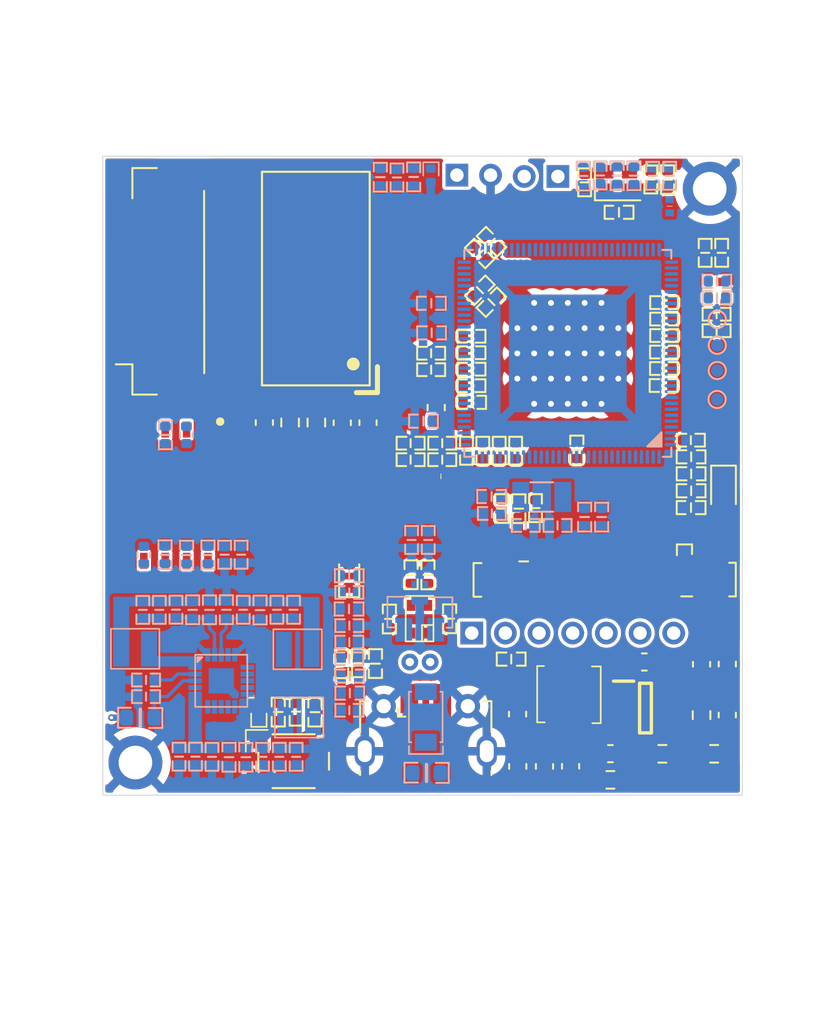
<source format=kicad_pcb>
(kicad_pcb (version 20241229) (generator "pcbnew") (generator_version "9.0")
  (layers (0 "F.Cu" signal) (4 "In1.Cu" signal) (6 "In2.Cu" signal) (2 "B.Cu" signal) (13 "F.Paste" user) (15 "B.Paste" user) (5 "F.SilkS" user "F.Silkscreen") (7 "B.SilkS" user "B.Silkscreen") (1 "F.Mask" user) (3 "B.Mask" user) (25 "Edge.Cuts" user))
  (net 0 "")
  (net 1 "GND")
  (net 2 "Net-(U7-X2)")
  (net 3 "Net-(U1A-OSC_SOC_XIN)")
  (net 4 "VCC_1V8")
  (net 5 "VDD_0V9")
  (net 6 "Net-(U1A-OSC_RTC_XIN)")
  (net 7 "Net-(U1A-OSC_RTC_XOUT)")
  (net 8 "Net-(U1A-RTC_AVDD3V3)")
  (net 9 "Net-(C74-Pad2)")
  (net 10 "/MIPI_CSI_AVDD_1V8")
  (net 11 "VDD_ARM")
  (net 12 "VCC_DDR")
  (net 13 "Net-(T1-CT1)")
  (net 14 "VCC5V0_SYS")
  (net 15 "/EN3")
  (net 16 "/EN2")
  (net 17 "/EN1")
  (net 18 "Net-(U3-FB1)")
  (net 19 "Net-(U3-FB2)")
  (net 20 "Net-(U3-FB3)")
  (net 21 "Net-(C76-Pad1)")
  (net 22 "Net-(D34-Pad1)")
  (net 23 "TRD0_P")
  (net 24 "Net-(U1D-CODEC_VCM)")
  (net 25 "Net-(U1D-SARADC_USB_AVDD1V8)")
  (net 26 "VCC_3V3")
  (net 27 "RX0_N")
  (net 28 "TRD0_N")
  (net 29 "Net-(U1A-OTP_AVDD1V8_ETH_AVDD1V8_TSADC_AVDD1V8)")
  (net 30 "Net-(U1D-FEPHY_AVDD3V3)")
  (net 31 "Net-(U1A-OSC_SOC_XOUT)")
  (net 32 "/GPIO1_D3_d")
  (net 33 "Net-(U1C-I2C3_SCL_M1_AUD_DSM_N_UART5_TX_M1_PWM11_IR_M2_VI_CIF_CLKO_M1_VO_LCDC_CLK_GPIO1_D3_d)")
  (net 34 "Net-(U1C-MIPI_CLK0_OUT_VI_CIF_CLKO_M0_GPIO3_C4_d)")
  (net 35 "/MIPI{slash}LVDS_MCLK0")
  (net 36 "/MIPI{slash}LVDS_MCLK1")
  (net 37 "RX0_P")
  (net 38 "Net-(U1B-FSPI_CLK_EMMC_CLK_GPIO4_B1_d)")
  (net 39 "/SDMMC_CLK")
  (net 40 "Net-(U1B-JTAG_LPMCU_TCK_M1_I2C0_SCL_M2_PWM10_M0_UART5_RTS_M0_SDMMC_CLK_GPIO3_A4_d)")
  (net 41 "Net-(U1D-DRAM_ZQ)")
  (net 42 "Net-(U1D-FEPHY_REXT)")
  (net 43 "Net-(U1D-CODEC_AVSS)")
  (net 44 "VIN")
  (net 45 "/SDMMC_DET")
  (net 46 "/GPIO0_A4_d")
  (net 47 "/GPIO0_A3_u")
  (net 48 "/GPIO0_A2_d")
  (net 49 "/GPIO1_A2_d")
  (net 50 "Net-(J28-Pin_19)")
  (net 51 "/TX_P0+")
  (net 52 "/TX_P0-")
  (net 53 "/RX_P0+")
  (net 54 "/EMMC_D4")
  (net 55 "/RX_P0-")
  (net 56 "/EMMC_D5")
  (net 57 "/GPI3_B0_d")
  (net 58 "/EMMC_D6")
  (net 59 "/GPI3_B1_d")
  (net 60 "Net-(T1-CT3)")
  (net 61 "/EMMC_D7")
  (net 62 "Net-(T1-CT4)")
  (net 66 "/SDMMC_D0")
  (net 67 "/SDMMC_D1")
  (net 69 "/SDMMC_D2")
  (net 70 "/SDMMC_D3")
  (net 71 "/SDMMC_CMD")
  (net 72 "/GPIO0_A5_d")
  (net 73 "/GPIO0_A6_d")
  (net 74 "/GPIO1_A4_d")
  (net 75 "/GPIO1_A3_d")
  (net 76 "/FSPI_D2")
  (net 77 "/MIPI{slash}LVDS_D0_N")
  (net 78 "/GPIO1_B0_d")
  (net 79 "/GPIO1_C7_d")
  (net 80 "/GPIO2_A7_d")
  (net 81 "/MIPI{slash}LVDS_CLK_N")
  (net 82 "/MIPI{slash}LVDS_D2_P")
  (net 83 "/MIPI{slash}LVDS_CLK_P")
  (net 84 "/USB_P")
  (net 85 "/GPIO1_A1_d")
  (net 86 "/ETH_R_P")
  (net 87 "/GPIO1_A0_d")
  (net 88 "/GPIO1_C5_d")
  (net 89 "/MIC0_P")
  (net 90 "/GPIO1_C2_d")
  (net 91 "/GPIO1_C6_d")
  (net 92 "/GPIO0_A1_d")
  (net 93 "/GPIO1_D0_d")
  (net 94 "/LINEOUT")
  (net 95 "/RECOVERY")
  (net 96 "/MIPI{slash}LVDS_D0_P")
  (net 97 "/MIPI_I2C3_SDA")
  (net 98 "/NPOR")
  (net 99 "/MIPI{slash}LVDS_CLK1_N")
  (net 100 "/GPIO2_B0_d")
  (net 101 "/MIPI{slash}LVDS_CLK1_P")
  (net 102 "/MIC1_N")
  (net 103 "/MIC0_N")
  (net 104 "/GPIO1_B1_d")
  (net 105 "/GPIO2_A2_d")
  (net 106 "/GPIO2_A6_d")
  (net 107 "VCC1V8_MICBIAS")
  (net 108 "/MIPI_I2C_SDA")
  (net 109 "/USB_N")
  (net 110 "/GPIO1_C1_d")
  (net 111 "/ETH_T_P")
  (net 112 "/ETH_R_N")
  (net 113 "/GPIO1_C0_d")
  (net 114 "/MIPI{slash}LVDS_RST1")
  (net 115 "/MIPI{slash}LVDS_D2_N")
  (net 116 "/GPIO0_A0_z")
  (net 117 "/GPIO1_D2_d")
  (net 118 "/MIPI_I2C_SCL")
  (net 119 "/GPIO2_B1_d")
  (net 120 "/USB_DET_IN")
  (net 121 "/ETH_T_N")
  (net 122 "/GPIO2_A3_d")
  (net 123 "/GPIO1_C3_d")
  (net 124 "/GPIO1_C4_d")
  (net 125 "/GPIO1_D1_d")
  (net 126 "/MIPI{slash}LVDS_D1_N")
  (net 127 "/MIPI{slash}LVDS_D1_P")
  (net 128 "/MIPI_I2C3_SCL")
  (net 129 "/GPIO4_C1_z")
  (net 130 "/MIC1_P")
  (net 131 "Earth")
  (net 132 "Net-(U3-LX)")
  (net 133 "Net-(U3-LX2)")
  (net 134 "Net-(U3-LX3)")
  (net 135 "VCC1V8_CODEC")
  (net 136 "/MIPI{slash}LVDS_RST")
  (net 137 "/FSPI_D3")
  (net 138 "/FSPI_CS0N")
  (net 139 "/FSPI_D1")
  (net 140 "/FSPI_CLK")
  (net 141 "/FSPI_D0")
  (net 142 "Net-(D1-K)")
  (net 143 "Net-(U1B-VCCIO3_VCC)")
  (net 144 "/USB_VIN")
  (net 145 "Net-(U1C-VCCIO5_VCC)")
  (net 146 "Net-(U1C-VCCIO6_VCC)")
  (net 147 "/UART2_TX")
  (net 148 "/UART2_RX")
  (net 149 "/UART1_RTS")
  (net 150 "/UART1_CTS")
  (net 151 "/UART1_RX")
  (net 152 "/UART1_TX")
  (net 153 "Net-(D2-Pad2)")
  (net 154 "Net-(D32-PadC)")
  (net 155 "/DN")
  (net 156 "/DP")
  (net 158 "/GPIO3_C6_d")
  (net 159 "Net-(FB1-Pad3)")
  (net 160 "Net-(FB1-Pad2)")
  (net 161 "Net-(IC3-BS)")
  (net 162 "Net-(IC3-LX)")
  (net 163 "Net-(IC3-FB)")
  (net 164 "Net-(IC3-EN)")
  (net 165 "Net-(U5-VCC)")
  (net 166 "Net-(J5-Pin_1)")
  (net 167 "Net-(U1A-TVSS)")
  (footprint "Footprint Library:R_0402_1005Metric" (layer "F.Cu") (at 123.855 95.3031 -90)
    (property "Reference" "R28" (hide yes))
    (property "Value" "100R %5")
  )
  (footprint "Footprint Library:Min_Screw" (layer "F.Cu") (at 115.37 98.31)
    (property "Reference" "J1" (hide yes))
    (property "Value" "DNP")
  )
  (footprint "Footprint Library:R_0402_1005Metric" (layer "F.Cu") (at 137.14 83.21 90)
    (property "Reference" "R59" (hide yes))
    (property "Value" "10K %5")
  )
  (footprint "Footprint Library:R_0402_1005Metric" (layer "F.Cu") (at 130.46 89.77 -90)
    (property "Reference" "R48" (hide yes))
    (property "Value" "0R")
  )
  (footprint "Footprint Library:Test_Point" (layer "F.Cu") (at 131.671954 92.45827)
    (property "Reference" "TP1" (hide yes))
    (property "Value" "DNP")
  )
  (footprint "Footprint Library:C_0402_1005Metric" (layer "F.Cu") (at 150.2 68 90)
    (property "Reference" "C10" (hide yes))
    (property "Value" "100nF X5R 16V")
  )
  (footprint "Footprint Library:Feritte_Beads_0402" (layer "F.Cu") (at 149.8 69.73 180)
    (property "Reference" "L7" (hide yes))
    (property "Value" "BLM15PD121SN1" (hide yes))
  )
  (footprint "Footprint Library:C_0402_1005Metric" (layer "F.Cu") (at 136.985 79.77 90)
    (property "Reference" "C51" (hide yes))
    (property "Value" "100nF X5R 16V")
  )
  (footprint "Footprint Library:SON127P800X600X80-9N-D" (layer "F.Cu") (at 117.775 82.41 -90)
    (property "Reference" "U5" (hide yes))
    (property "Value" "W25N02KVZEIR" (hide yes))
  )
  (footprint "Footprint Library:R_0402_1005Metric" (layer "F.Cu") (at 127.62 92.43 -90)
    (property "Reference" "R65" (hide yes))
    (property "Value" "15K")
  )
  (footprint "Capacitor_SMD:C_0603_1608Metric" (layer "F.Cu") (at 123.03 78.095 90)
    (property "Reference" "C76" (hide yes))
    (property "Value" "1000pF")
  )
  (footprint "Capacitor_SMD:C_0603_1608Metric" (layer "F.Cu") (at 129.19 78.1 90)
    (property "Reference" "C75" (hide yes))
    (property "Value" "0.01uF")
  )
  (footprint "Connector_PinHeader_2.00mm:PinHeader_1x02_P2.00mm_Vertical" (layer "F.Cu") (at 140.47 63.46 -90)
    (property "Reference" "J4" (hide yes))
    (property "Value" "DNP")
  )
  (footprint "Footprint Library:R_0402_1005Metric" (layer "F.Cu") (at 149.92 70.67)
    (property "Reference" "R24" (hide yes))
    (property "Value" "6.04K %1")
  )
  (footprint "Resistor_SMD:R_0603_1608Metric" (layer "F.Cu") (at 143.59 99.34)
    (property "Reference" "R75" (hide yes))
    (property "Value" "110K")
  )
  (footprint "Footprint Library:R_0402_1005Metric" (layer "F.Cu") (at 148.39 82.15 180)
    (property "Reference" "R7" (hide yes))
    (property "Value" "22R %5")
  )
  (footprint "Footprint Library:C_0402_1005Metric" (layer "F.Cu") (at 146.785 70.96 180)
    (property "Reference" "C15" (hide yes))
    (property "Value" "1uF X5R 6.3V")
  )
  (footprint "Footprint Library:R_0402_1005Metric" (layer "F.Cu") (at 135.82827 68.042364 135)
    (property "Reference" "R31" (hide yes))
    (property "Value" "0R")
  )
  (footprint "Capacitor_SMD:C_0603_1608Metric" (layer "F.Cu") (at 127.66 78.105 -90)
    (property "Reference" "C74" (hide yes))
    (property "Value" "0.01uF")
  )
  (footprint "Footprint Library:C_0402_1005Metric" (layer "F.Cu") (at 137.96 79.77 90)
    (property "Reference" "C9" (hide yes))
    (property "Value" "100nF X5R 16V")
  )
  (footprint "Footprint Library:C_0402_1005Metric" (layer "F.Cu") (at 149.22 68 90)
    (property "Reference" "C52" (hide yes))
    (property "Value" "100nF X5R 16V")
  )
  (footprint "Connector_PinHeader_2.00mm:PinHeader_1x02_P2.00mm_Vertical" (layer "F.Cu") (at 134.47 63.38 90)
    (property "Reference" "J5" (hide yes))
    (property "Value" "DNP" (hide yes))
  )
  (footprint "Footprint Library:Test_Point" (layer "F.Cu") (at 132.882377 92.334501)
    (property "Reference" "TP2" (hide yes))
    (property "Value" "DNP")
  )
  (footprint "Footprint Library:C_0402_1005Metric" (layer "F.Cu") (at 146.775 73.9 180)
    (property "Reference" "C20" (hide yes))
    (property "Value" "1uF X5R 6.3V")
  )
  (footprint "Footprint Library:R_0402_1005Metric" (layer "F.Cu") (at 134.03796 89.755858 -90)
    (property "Reference" "R49" (hide yes))
    (property "Value" "0R")
  )
  (footprint "Footprint Library:Min_Screw" (layer "F.Cu") (at 149.49 64.19)
    (property "Reference" "J3" (hide yes))
    (property "Value" "DNP")
  )
  (footprint "Capacitor_SMD:C_0603_1608Metric" (layer "F.Cu") (at 145.605 92.33)
    (property "Reference" "C84" (hide yes))
    (property "Value" "100nF")
  )
  (footprint "Footprint Library:R_0402_1005Metric" (layer "F.Cu") (at 146.99 63.65 -90)
    (property "Reference" "R2" (hide yes))
    (property "Value" "22R %5")
  )
  (footprint "Footprint Library:C_0402_1005Metric" (layer "F.Cu") (at 146.785 72.92 180)
    (property "Reference" "C18" (hide yes))
    (property "Value" "100nF X5R 16V")
  )
  (footprint "Crystal:Crystal_SMD_2016-4Pin_2.0x1.6mm" (layer "F.Cu") (at 144.02 63.73)
    (property "Reference" "U7" (hide yes))
    (property "Value" "24MHz")
  )
  (footprint "Footprint Library:C_0402_1005Metric" (layer "F.Cu") (at 149.9 71.65)
    (property "Reference" "C13" (hide yes))
    (property "Value" "10uF X5R 6.3V")
  )
  (footprint "Footprint Library:JST_1x8_1MP_P1.25mm_Vertical" (layer "F.Cu") (at 115.05 65.32 90)
    (property "Reference" "J13" (hide yes))
    (property "Value" "JST_1x8-1MP_P1.25mm_Vertical")
  )
  (footprint "Footprint Library:C_0402_1005Metric" (layer "F.Cu") (at 131.72 79.32 180)
    (property "Reference" "C26" (hide yes))
    (property "Value" "1uF X5R 6.3V")
  )
  (footprint "Capacitor_SMD:C_0603_1608Metric" (layer "F.Cu") (at 138.085 98.54 90)
    (property "Reference" "C89" (hide yes))
    (property "Value" "100nF 16V X5R")
  )
  (footprint "Footprint Library:C_0402_1005Metric" (layer "F.Cu") (at 135.335 73.94)
    (property "Reference" "C24" (hide yes))
    (property "Value" "1uF X5R 6.3V")
  )
  (footprint "Footprint Library:C_0402_1005Metric" (layer "F.Cu") (at 133.6 80.3)
    (property "Reference" "C72" (hide yes))
    (property "Value" "100nF X5R 16V")
  )
  (footprint "Capacitor_SMD:C_0603_1608Metric" (layer "F.Cu") (at 149.005 92.465 -90)
    (property "Reference" "C80" (hide yes))
    (property "Value" "10uF 25V X5R")
  )
  (footprint "Footprint Library:C_0402_1005Metric" (layer "F.Cu") (at 149.9 72.63)
    (property "Reference" "C12" (hide yes))
    (property "Value" "10uF X5R 6.3V")
  )
  (footprint "Footprint Library:R_0402_1005Metric" (layer "F.Cu") (at 141.595 79.72 -90)
    (property "Reference" "R22" (hide yes))
    (property "Value" "22R %5")
  )
  (footprint "Footprint Library:C_0402_1005Metric" (layer "F.Cu") (at 132.94 74.95 180)
    (property "Reference" "C73" (hide yes))
    (property "Value" "1uF X5R 6.3V")
  )
  (footprint "Footprint Library:C_0402_1005Metric" (layer "F.Cu") (at 131.72 80.3 180)
    (property "Reference" "C27" (hide yes))
    (property "Value" "100nF X5R 16V")
  )
  (footprint "Resistor_SMD:R_0603_1608Metric" (layer "F.Cu") (at 124.56 78.095 90)
    (property "Reference" "R71" (hide yes))
    (property "Value" "75R")
  )
  (footprint "Footprint Library:R_0402_1005Metric" (layer "F.Cu") (at 135.83653 70.22347 -135)
    (property "Reference" "R30" (hide yes))
    (property "Value" "0R")
  )
  (footprint "Footprint Library:R_0402_1005Metric" (layer "F.Cu") (at 148.39 81.14 180)
    (property "Reference" "R6" (hide yes))
    (property "Value" "22R %5")
  )
  (footprint "Capacitor_SMD:C_0603_1608Metric" (layer "F.Cu") (at 143.59 97.78 180)
    (property "Reference" "C85" (hide yes))
    (property "Value" "22pF")
  )
  (footprint "Footprint Library:C_0402_1005Metric" (layer "F.Cu") (at 128.62 92.4 -90)
    (property "Reference" "C81" (hide yes))
    (property "Value" "1nF C0G 50V")
  )
  (footprint "Footprint Library:C_0402_1005Metric" (layer "F.Cu") (at 135.335 72.96)
    (property "Reference" "C22" (hide yes))
    (property "Value" "10uF X5R 6.3V")
  )
  (footprint "Footprint Library:SKRPANE010" (layer "F.Cu") (at 124.77 98.23)
    (property "Reference" "S5" (hide yes))
    (property "Value" "SKRPANE010" (hide yes))
  )
  (footprint "Footprint Library:R_0402_1005Metric" (layer "F.Cu") (at 148.39 80.13 180)
    (property "Reference" "R5" (hide yes))
    (property "Value" "1R %5")
  )
  (footprint "Resistor_SMD:R_0603_1608Metric" (layer "F.Cu") (at 146.68 97.79)
    (property "Reference" "R76" (hide yes))
    (property "Value" "15K")
  )
  (footprint "Capacitor_SMD:C_0603_1608Metric" (layer "F.Cu") (at 139.675 98.54 90)
    (property "Reference" "C87" (hide yes))
    (property "Value" "22uF 16V X5R")
  )
  (footprint "Footprint Library:R_0402_1005Metric" (layer "F.Cu") (at 131.746935 87.13868 -90)
    (property "Reference" "R46" (hide yes))
    (property "Value" "2.2R %5")
  )
  (footprint "Resistor_SMD:R_0603_1608Metric" (layer "F.Cu") (at 149.005 95.49 -90)
    (property "Reference" "R77" (hide yes))
    (property "Value" "120K")
  )
  (footprint "Footprint Library:R_0402_1005Metric" (layer "F.Cu") (at 132.746955 87.146829 -90)
    (property "Reference" "R47" (hide yes))
    (property "Value" "2.2R %5")
  )
  (footprint "Footprint Library:R_0402_1005Metric" (layer "F.Cu") (at 126.035 95.3131 90)
    (property "Reference" "R27" (hide yes))
    (property "Value" "10K %5")
  )
  (footprint "Footprint Library:C_0402_1005Metric" (layer "F.Cu") (at 145.99 63.64 -90)
    (property "Reference" "C1" (hide yes))
    (property "Value" "18pF 50V C0G")
  )
  (footprint "Footprint Library:AFC11-S20ICA-00" (layer "F.Cu") (at 140.74 87.43 180)
    (property "Reference" "J28" (hide yes))
    (property "Value" "AFC11-S20ICA-00")
  )
  (footprint "LED_SMD:LED_0603_1608Metric" (layer "F.Cu") (at 150.31 82.14 -90)
    (property "Reference" "D2" (hide yes))
    (property "Value" "LED_White")
  )
  (footprint "Footprint Library:C_0402_1005Metric" (layer "F.Cu") (at 136.01 79.77 90)
    (property "Reference" "C28" (hide yes))
    (property "Value" "10uF X5R 6.3V")
  )
  (footprint "Footprint Library:C_0402_1005Metric" (layer "F.Cu") (at 146.785 71.94 180)
    (property "Reference" "C14" (hide yes))
    (property "Value" "1uF X5R 6.3V")
  )
  (footprint "Footprint Library:C_0402_1005Metric" (layer "F.Cu") (at 146.775 74.88 180)
    (property "Reference" "C19" (hide yes))
    (property "Value" "10uF X5R 6.3V")
  )
  (footprint "Footprint Library:C_0402_1005Metric" (layer "F.Cu") (at 142.06 63.81 -90)
    (property "Reference" "C2" (hide yes))
    (property "Value" "18pF 50V C0G")
  )
  (footprint "footprint:Micro-B SMD" (layer "F.Cu") (at 132.62 94.9575)
    (property "Reference" "J20" (hide yes))
    (property "Value" "MICRO XNJ ZB" (hide yes))
  )
  (footprint "Footprint Library:C_0402_1005Metric" (layer "F.Cu") (at 135.04 79.77 90)
    (property "Reference" "C29" (hide yes))
    (property "Value" "100nF X5R 16V")
  )
  (footprint "Footprint Library:R_0402_1005Metric" (layer "F.Cu") (at 137.7 92.16 180)
    (property "Reference" "R10" (hide yes))
    (property "Value" "0R")
  )
  (footprint "Footprint Library:0603_Ferrite Beads" (layer "F.Cu") (at 133.24 77.2 90)
    (property "Reference" "L8" (hide yes))
    (property "Value" "CBG160808U000T")
  )
  (footprint "Footprint Library:Feritte_Beads_0402" (layer "F.Cu") (at 133.52 81.29)
    (property "Reference" "L2" (hide yes))
    (property "Value" "BLM15PD121SN1" (hide yes))
  )
  (footprint "Footprint Library:C_0402_1005Metric" (layer "F.Cu") (at 133.6 79.32)
    (property "Reference" "C71" (hide yes))
    (property "Value" "4.7uF X5R 6.3V")
  )
  (footprint "Resistor_SMD:R_0603_1608Metric" (layer "F.Cu") (at 149.755 97.79)
    (property "Reference" "R78" (hide yes))
    (property "Value" "30K")
  )
  (footprint "Capacitor_SMD:C_0603_1608Metric" (layer "F.Cu") (at 150.535 92.455 -90)
    (property "Reference" "C82" (hide yes))
    (property "Value" "10uF 25V X5R")
  )
  (footprint "Footprint Library:C_0402_1005Metric" (layer "F.Cu") (at 132.94 73.97 180)
    (property "Reference" "C25" (hide yes))
    (property "Value" "100nF X5R 16V")
  )
  (footprint "Footprint Library:HA42-4R7MT" (layer "F.Cu") (at 141.19 93.37 -90)
    (property "Reference" "L9" (hide yes))
    (property "Value" "HA42-4R7MT" (hide yes))
  )
  (footprint "Footprint Library:C_0402_1005Metric" (layer "F.Cu") (at 139.14 83.18 -90)
    (property "Reference" "C79" (hide yes))
    (property "Value" "1nF C0G 50V")
  )
  (footprint "Capacitor_SMD:C_0603_1608Metric" (layer "F.Cu") (at 141.225 98.53 90)
    (property "Reference" "C88" (hide yes))
    (property "Value" "100nF 16V X5R")
  )
  (footprint "Capacitor_SMD:C_0603_1608Metric" (layer "F.Cu") (at 150.535 95.485 90)
    (property "Reference" "C90" (hide yes))
    (property "Value" "100nF 16V X5R")
  )
  (footprint "Diode_SMD:D_SOD-523" (layer "F.Cu") (at 128.07 87.22 90)
    (property "Reference" "D1" (hide yes))
    (property "Value" "RB521S-30")
  )
  (footprint "Footprint Library:R_0402_1005Metric" (layer "F.Cu") (at 148.38 83.15)
    (property "Reference" "R50" (hide yes))
    (property "Value" "DNP")
  )
  (footprint "Resistor_SMD:R_0603_1608Metric" (layer "F.Cu") (at 126.12 78.095 90)
    (property "Reference" "R70" (hide yes))
    (property "Value" "75R")
  )
  (footprint "Footprint Library:R_0402_1005Metric" (layer "F.Cu") (at 136.530624 67.340624 135)
    (property "Reference" "R32" (hide yes))
    (property "Value" "0R")
  )
  (footprint "Footprint Library:R_0402_1005Metric" (layer "F.Cu") (at 135.35 76.89 180)
    (property "Reference" "R57" (hide yes))
    (property "Value" "0R")
  )
  (footprint "Footprint Library:C_0402_1005Metric" (layer "F.Cu") (at 148.37 79.14)
    (property "Reference" "C11" (hide yes))
    (property "Value" "100nF X5R 16V")
  )
  (footprint "Footprint Library:ESD5341N" (layer "F.Cu") (at 122.695 95.816095 90)
    (property "Reference" "D34" (hide yes))
    (property "Value" "ESD5451N" (hide yes))
  )
  (footprint "Footprint Library:C_0402_1005Metric" (layer "F.Cu") (at 135.335 74.92)
    (property "Reference" "C23" (hide yes))
    (property "Value" "10uF X5R 6.3V")
  )
  (footprint "Footprint Library:R_0402_1005Metric" (layer "F.Cu") (at 136.52 70.93 -135)
    (property "Reference" "R29" (hide yes))
    (property "Value" "0R")
  )
  (footprint "Footprint Library:R_0402_1005Metric" (layer "F.Cu") (at 138.15 83.21 -90)
    (property "Reference" "R60" (hide yes))
    (property "Value" "DNP")
  )
  (footprint "Capacitor_SMD:C_0603_1608Metric" (layer "F.Cu") (at 138.075 95.43 -90)
    (property "Reference" "C86" (hide yes))
    (property "Value" "22uF 16V X5R")
  )
  (footprint "Footprint Library:R_0402_1005Metric" (layer "F.Cu") (at 129.63 92.43 90)
    (property "Reference" "R64" (hide yes))
    (property "Value" "10K")
  )
  (footprint "Footprint Library:SMD-4P,2.0x1.2mm" (layer "F.Cu") (at 132.746935 90.613898 90)
    (property "Reference" "FB1" (hide yes))
    (property "Value" "DNP")
  )
  (footprint "Footprint Library:R_0402_1005Metric" (layer "F.Cu") (at 144.1 65.59)
    (property "Reference" "R1" (hide yes))
    (property "Value" "1M %5")
  )
  (footprint "Footprint Library:C_0402_1005Metric" (layer "F.Cu") (at 124.915 95.2831 -90)
    (property "Reference" "C77" (hide yes))
    (property "Value" "1nF C0G 50V")
  )
  (footprint "Footprint Library:SY8113B" (layer "F.Cu") (at 145.675 95.07)
    (property "Reference" "IC3" (hide yes))
    (property "Value" "SY8113B" (hide yes))
  )
  (footprint "Footprint Library:C_0402_1005Metric" (layer "F.Cu") (at 146.755 75.89 180)
    (property "Reference" "C21" (hide yes))
    (property "Value" "100nF X5R 16V")
  )
  (footprint "Footprint Library:H1102NL" (layer "F.Cu") (at 126.09 69.53175 90)
    (property "Reference" "T1" (hide yes))
    (property "Value" "H1102NL" (hide yes))
  )
  (footprint "Footprint Library:C_0402_1005Metric" (layer "F.Cu") (at 135.335 75.9)
    (property "Reference" "C50" (hide yes))
    (property "Value" "100nF X5R 16V")
  )
  (footprint "Footprint Library:EA3036C" (layer "B.Cu") (at 120.47 93.45 -90)
    (property "Reference" "U3" (hide yes))
    (property "Value" "EA3036C")
  )
  (footprint "Footprint Library:R_0402_1005Metric" (layer "B.Cu") (at 149.92 69.69 180)
    (property "Reference" "R61" (hide yes))
    (property "Value" "0R")
  )
  (footprint "Footprint Library:R_0402_1005Metric" (layer "B.Cu") (at 117.13 85.96 90)
    (property "Reference" "R21" (hide yes))
    (property "Value" "22R %5")
  )
  (footprint "Footprint Library:C_0402_1005Metric" (layer "B.Cu") (at 116.79 89.23 90)
    (property "Reference" "C44" (hide yes))
    (property "Value" "10uF 10V")
  )
  (footprint "Footprint Library:R_0402_1005Metric" (layer "B.Cu") (at 132.95 71)
    (property "Reference" "R58" (hide yes))
    (property "Value" "0R")
  )
  (footprint "Footprint Library:FTC252012S1R5MBCA" (layer "B.Cu") (at 125.925 95.635 180)
    (property "Reference" "L4" (hide yes))
    (property "Value" "FTC252012S1R5MBCA")
  )
  (footprint "Footprint Library:RV1106G3" (layer "B.Cu") (at 141 74.03)
    (property "Reference" "U1" (hide yes))
    (property "Value" "RV1106G3")
  )
  (footprint "Resistor_SMD:R_0402_1005Metric" (layer "B.Cu") (at 115.87 85.97 -90)
    (property "Reference" "R67" (hide yes))
    (property "Value" "DNP")
  )
  (footprint "Footprint Library:R_0402_1005Metric" (layer "B.Cu") (at 143.99 63.41 -90)
    (property "Reference" "R63" (hide yes))
    (property "Value" "0R")
  )
  (footprint "Footprint Library:C_0402_1005Metric" (layer "B.Cu") (at 124.92 97.97 -90)
    (property "Reference" "C38" (hide yes))
    (property "Value" "4.7uF")
  )
  (footprint "Footprint Library:C_0402_1005Metric" (layer "B.Cu") (at 117.78 89.22 -90)
    (property "Reference" "C45" (hide yes))
    (property "Value" "220pF")
  )
  (footprint "Footprint Library:C_0402_1005Metric" (layer "B.Cu") (at 128.08 95.2)
    (property "Reference" "C36" (hide yes))
    (property "Value" "100nF X5R 16V")
  )
  (footprint "Footprint Library:R_0402_1005Metric" (layer "B.Cu") (at 122.775 89.245 90)
    (property "Reference" "R16" (hide yes))
    (property "Value" "47K %1")
  )
  (footprint "Footprint Library:TestPoint_Pad_D0.75" (layer "B.Cu") (at 149.94 75 180)
    (property "Reference" "TP9" (hide yes))
    (property "Value" "DNP")
  )
  (footprint "Footprint Library:R_0402_1005Metric" (layer "B.Cu") (at 128.11 93.17 180)
    (property "Reference" "R12" (hide yes))
    (property "Value" "10K %5")
  )
  (footprint "Footprint Library:R_0402_1005Metric" (layer "B.Cu") (at 119.68 85.97 90)
    (property "Reference" "R69" (hide yes))
    (property "Value" "0R")
  )
  (footprint "Footprint Library:C_0402_1005Metric" (layer "B.Cu") (at 128.08 90.17)
    (property "Reference" "C17" (hide yes))
    (property "Value" "100nF X5R 16V")
  )
  (footprint "Footprint Library:C_0402_1005Metric" (layer "B.Cu") (at 122.92 97.97 90)
    (property "Reference" "C37" (hide yes))
    (property "Value" "220pF")
  )
  (footprint "Footprint Library:R_0402_1005Metric" (layer "B.Cu") (at 119.77 89.23 90)
    (property "Reference" "R20" (hide yes))
    (property "Value" "100K %1")
  )
  (footprint "Footprint Library:R_0603_1608Metric" (layer "B.Cu") (at 132.665 98.93 180)
    (property "Reference" "R45" (hide yes))
    (property "Value" "DNP")
  )
  (footprint "Footprint Library:R_0402_1005Metric" (layer "B.Cu") (at 131.9 63.49 90)
    (property "Reference" "R42" (hide yes))
    (property "Value" "100R %5")
  )
  (footprint "Footprint Library:Feritte_Beads_0402" (layer "B.Cu") (at 147.11 65.23 90)
    (property "Reference" "L1" (hide yes))
    (property "Value" "BLM15PD121SN1" (hide yes))
  )
  (footprint "Footprint Library:R_0402_1005Metric" (layer "B.Cu") (at 120.775 89.225 90)
    (property "Reference" "R17" (hide yes))
    (property "Value" "100K %1")
  )
  (footprint "Footprint Library:SOT-23-Diode" (layer "B.Cu") (at 133.213122 90.41205 180)
    (property "Reference" "ESD1" (hide yes))
    (property "Value" "ESD5302F")
  )
  (footprint "Footprint Library:R_0402_1005Metric" (layer "B.Cu") (at 120.93 97.99 -90)
    (property "Reference" "R15" (hide yes))
    (property "Value" "9.1K %1")
  )
  (footprint "Connector_PinHeader_2.00mm:PinHeader_1x07_P2.00mm_Vertical" (layer "B.Cu") (at 135.35 90.61 -90)
    (property "Reference" "J2" (hide yes))
    (property "Value" "DNP")
  )
  (footprint "Footprint Library:R_0402_1005Metric" (layer "B.Cu") (at 121.93 97.99 -90)
    (property "Reference" "R14" (hide yes))
    (property "Value" "40.2K %1")
  )
  (footprint "Footprint Library:FTC252012S1R5MBCA" (layer "B.Cu") (at 125.835 91.575 180)
    (property "Reference" "L5" (hide yes))
    (property "Value" "FTC252012S1R5MBCA")
  )
  (footprint "Footprint Library:C_0402_1005Metric" (layer "B.Cu") (at 128.08 88.19 180)
    (property "Reference" "C8" (hide yes))
    (property "Value" "1uF X5R 6.3V")
  )
  (footprint "Footprint Library:FTC252012S1R5MBCA" (layer "B.Cu") (at 114.525 91.545)
    (property "Reference" "L6" (hide yes))
    (property "Value" "FTC252012S1R5MBCA")
  )
  (footprint "Resistor_SMD:R_0402_1005Metric" (layer "B.Cu") (at 118.4 78.83 90)
    (property "Reference" "R68" (hide yes))
    (property "Value" "DNP")
  )
  (footprint "Footprint Library:R_0603_1608Metric" (layer "B.Cu") (at 115.66 95.64)
    (property "Reference" "R11" (hide yes))
    (property "Value" "100K %5")
  )
  (footprint "Footprint Library:R_0402_1005Metric" (layer "B.Cu") (at 129.92 63.5 -90)
    (property "Reference" "R33" (hide yes))
    (property "Value" "1K %5")
  )
  (footprint "Footprint Library:C_0402_1005Metric" (layer "B.Cu") (at 124.765 89.225 90)
    (property "Reference" "C40" (hide yes))
    (property "Value" "10uF 10V")
  )
  (footprint "Footprint Library:C_0402_1005Metric" (layer "B.Cu") (at 130.91 63.52 90)
    (property "Reference" "C78" (hide yes))
    (property "Value" "1nF C0G 50V")
  )
  (footprint "Footprint Library:R_0402_1005Metric" (layer "B.Cu") (at 144.99 63.41 -90)
    (property "Reference" "R66" (hide yes))
    (property "Value" "DNP")
  )
  (footprint "Footprint Library:ESD5341N" (layer "B.Cu") (at 132.92 62.987006 -90)
    (property "Reference" "D35" (hide yes))
    (property "Value" "ESD5451N" (hide yes))
  )
  (footprint "Footprint Library:C_0402_1005Metric" (layer "B.Cu") (at 131.776955 85.073879 -90)
    (property "Reference" "C53" (hide yes))
    (property "Value" "4.7uF X5R 6.3V")
  )
  (footprint "Footprint Library:C_0402_1005Metric" (layer "B.Cu") (at 116 93.4 180)
    (property "Reference" "C46" (hide yes))
    (property "Value" "10uF 10V")
  )
  (footprint "Footprint Library:C_0402_1005Metric" (layer "B.Cu") (at 115.81 89.23 90)
    (property "Reference" "C43" (hide yes))
    (property "Value" "4.7uF")
  )
  (footprint "Crystal:Crystal_SMD_3215-2Pin_3.2x1.5mm" (layer "B.Cu") (at 139.51 82.52 180)
    (property "Reference" "Y1" (hide yes))
    (property "Value" "Crystal_32.768kHz")
  )
  (footprint "Footprint Library:C_0402_1005Metric" (layer "B.Cu") (at 120.67 85.95 -90)
    (property "Reference" "C63" (hide yes))
    (property "Value" "100nF X5R 6.3V")
  )
  (footprint "Footprint Library:SS14" (layer "B.Cu") (at 132.62 95.6 90)
    (property "Reference" "D32" (hide yes))
    (property "Value" "MBR230LSFT1G" (hide yes))
  )
  (footprint "Footprint Library:C_0402_1005Metric" (layer "B.Cu") (at 138.56 84.21)
    (property "Reference" "C6" (hide yes))
    (property "Value" "18pF 50V C0G")
  )
  (footprint "Footprint Library:C_0402_1005Metric" (layer "B.Cu") (at 119.92 97.97 -90)
    (property "Reference" "C47" (hide yes))
    (property "Value" "10uF 10V")
  )
  (footprint "Footprint Library:C_0402_1005Metric" (layer "B.Cu") (at 121.775 89.225 -90)
    (property "Reference" "C42" (hide yes))
    (property "Value" "220pF")
  )
  (footprint "Footprint Library:C_0402_1005Metric" (layer "B.Cu") (at 121.65 85.95 -90)
    (property "Reference" "C62" (hide yes))
    (property "Value" "10uF X5R 6.3V")
  )
  (footprint "Footprint Library:R_0402_1005Metric" (layer "B.Cu") (at 128.11 94.18 180)
    (property "Reference" "R13" (hide yes))
    (property "Value" "200K")
  )
  (footprint "Footprint Library:R_0402_1005Metric" (layer "B.Cu") (at 118.77 89.23 90)
    (property "Reference" "R19" (hide yes))
    (property "Value" "200K %1")
  )
  (footprint "Footprint Library:C_0402_1005Metric" (layer "B.Cu") (at 116 94.39 180)
    (property "Reference" "C34" (hide yes))
    (property "Value" "100nF X5R 16V")
  )
  (footprint "Footprint Library:C_0402_1005Metric" (layer "B.Cu") (at 147.11 63.42 90)
    (property "Reference" "C3" (hide yes))
    (property "Value" "100nF X5R 16V")
  )
  (footprint "Footprint Library:C_0402_1005Metric" (layer "B.Cu") (at 118.94 97.96 -90)
    (property "Reference" "C48" (hide yes))
    (property "Value" "10uF 10V")
  )
  (footprint "Footprint Library:TestPoint_Pad_D0.75" (layer "B.Cu") (at 149.94 71.96 180)
    (property "Reference" "TP7" (hide yes))
    (property "Value" "DNP")
  )
  (footprint "Footprint Library:C_0402_1005Metric" (layer "B.Cu") (at 140.45 84.21 180)
    (property "Reference" "C7" (hide yes))
    (property "Value" "18pF 50V C0G")
  )
  (footprint "Footprint Library:R_0402_1005Metric" (layer "B.Cu") (at 142.06 83.71 -90)
    (property "Reference" "R44" (hide yes))
    (property "Value" "4.7K %5")
  )
  (footprint "Footprint Library:C_0402_1005Metric" (layer "B.Cu") (at 146.1 63.42 90)
    (property "Reference" "C4" (hide yes))
    (property "Value" "100nF X5R 16V")
  )
  (footprint "Footprint Library:C_0402_1005Metric" (layer "B.Cu") (at 123.775 89.225 90)
    (property "Reference" "C41" (hide yes))
    (property "Value" "10uF 10V")
  )
  (footprint "Footprint Library:C_0402_1005Metric" (layer "B.Cu") (at 117.96 97.96 -90)
    (property "Reference" "C49" (hide yes))
    (property "Value" "10uF 10V")
  )
  (footprint "Footprint Library:R_0402_1005Metric" (layer "B.Cu") (at 117.15 78.83 90)
    (property "Reference" "R55" (hide yes))
    (property "Value" "10K %5")
  )
  (footprint "Footprint Library:TestPoint_Pad_D0.75" (layer "B.Cu") (at 149.94 73.5 180)
    (property "Reference" "TP6" (hide yes))
    (property "Value" "DNP")
  )
  (footprint "Footprint Library:R_0402_1005Metric" (layer "B.Cu") (at 149.92 70.69 180)
    (property "Reference" "R62" (hide yes))
    (property "Value" "DNP")
  )
  (footprint "Footprint Library:R_0402_1005Metric" (layer "B.Cu") (at 132.48 78.01)
    (property "Reference" "R25" (hide yes))
    (property "Value" "0R")
  )
  (footprint "Footprint Library:C_0402_1005Metric" (layer "B.Cu") (at 123.92 97.97 -90)
    (property "Reference" "C39" (hide yes))
    (property "Value" "4.7uF")
  )
  (footprint "Footprint Library:R_0402_1005Metric" (layer "B.Cu") (at 118.41 85.97 -90)
    (property "Reference" "R56" (hide yes))
    (property "Value" "10K %5")
  )
  (footprint "Footprint Library:C_0402_1005Metric" (layer "B.Cu") (at 128.08 92.14)
    (property "Reference" "C35" (hide yes))
    (property "Value" "DNP")
  )
  (footprint "Footprint Library:TestPoint_Pad_D0.75" (layer "B.Cu") (at 149.93 76.72 180)
    (property "Reference" "TP8" (hide yes))
    (property "Value" "DNP")
  )
  (footprint "Footprint Library:R_0402_1005Metric" (layer "B.Cu") (at 128.07 87.2)
    (property "Reference" "R3" (hide yes))
    (property "Value" "100R %5")
  )
  (footprint "Footprint Library:R_0402_1005Metric" (layer "B.Cu") (at 143.07 83.71 -90)
    (property "Reference" "R43" (hide yes))
    (property "Value" "4.7K %5")
  )
  (footprint "Footprint Library:C_0402_1005Metric" (layer "B.Cu") (at 136.55 83.5 180)
    (property "Reference" "C54" (hide yes))
    (property "Value" "100nF X5R 16V")
  )
  (footprint "Footprint Library:C_0402_1005Metric" (layer "B.Cu") (at 132.766955 85.073879 -90)
    (property "Reference" "C55" (hide yes))
    (property "Value" "100nF X5R 16V")
  )
  (footprint "Footprint Library:C_0402_1005Metric" (layer "B.Cu") (at 142.98 63.4 90)
    (property "Reference" "C5" (hide yes))
    (property "Value" "100nF X5R 16V")
  )
  (footprint "Footprint Library:R_0402_1005Metric" (layer "B.Cu") (at 136.53 82.49)
    (property "Reference" "R26" (hide yes))
    (property "Value" "1R %5")
  )
  (footprint "Footprint Library:C_0402_1005Metric" (layer "B.Cu") (at 128.08 91.15)
    (property "Reference" "C16" (hide yes))
    (property "Value" "100nF X5R 16V")
  )
  (footprint "Footprint Library:R_0402_1005Metric" (layer "B.Cu") (at 132.97 72.76 180)
    (property "Reference" "R23" (hide yes))
    (property "Value" "240R %1")
  )
  (footprint "Footprint Library:R_0402_1005Metric" (layer "B.Cu") (at 141.98 63.43 -90)
    (property "Reference" "R4" (hide yes))
    (property "Value" "22R %5")
  )
  (footprint "Footprint Library:R_0402_1005Metric" (layer "B.Cu") (at 128.06 89.18)
    (property "Reference" "R18" (hide yes))
    (property "Value" "0R")
  )
  (gr_rect (start 113.43 62.25) (end 151.43 100.25) (stroke (width 0.05)) (fill no) (layer "Edge.Cuts"))
  (segment (start 132.391935 86.398898) (end 132.401935 86.388898) (width 0.2) (layer "B.Cu") (net 0))
  (via (at 113.95 95.64) (size 0.4) (drill 0.2) (layers "F.Cu" "B.Cu") (net 14))
  (segment (start 117.53 93.4) (end 117.88 93.05) (width 0.2) (layer "B.Cu") (net 14))
  (segment (start 117.88 93.05) (end 118.92 93.05) (width 0.2) (layer "B.Cu") (net 14))
  (segment (start 116.48 93.4) (end 117.53 93.4) (width 0.2) (layer "B.Cu") (net 14))
  (segment (start 113.95 95.64) (end 114.835 95.64) (width 0.381) (layer "B.Cu") (net 14))
  (segment (start 118.21 93.45) (end 118.92 93.45) (width 0.2) (layer "B.Cu") (net 15))
  (segment (start 116.485 95.64) (end 116.485 94.395) (width 0.2) (layer "B.Cu") (net 15))
  (segment (start 116.48 94.39) (end 117.27 94.39) (width 0.2) (layer "B.Cu") (net 15))
  (segment (start 116.485 94.395) (end 116.48 94.39) (width 0.2) (layer "B.Cu") (net 15))
  (segment (start 117.27 94.39) (end 118.21 93.45) (width 0.2) (layer "B.Cu") (net 15))
  (segment (start 120.47 91.92) (end 120.47 90.62) (width 0.2) (layer "B.Cu") (net 19))
  (segment (start 122.725 89.705) (end 122.775 89.755) (width 0.2) (layer "B.Cu") (net 19))
  (segment (start 121.745 89.735) (end 121.775 89.705) (width 0.2) (layer "B.Cu") (net 19))
  (segment (start 120.775 89.735) (end 121.745 89.735) (width 0.2) (layer "B.Cu") (net 19))
  (segment (start 121.775 89.705) (end 122.725 89.705) (width 0.2) (layer "B.Cu") (net 19))
  (segment (start 120.775 90.315) (end 120.775 89.735) (width 0.2) (layer "B.Cu") (net 19))
  (segment (start 120.47 90.62) (end 120.775 90.315) (width 0.2) (layer "B.Cu") (net 19))
  (segment (start 118.73 89.7) (end 118.77 89.74) (width 0.2) (layer "B.Cu") (net 20))
  (segment (start 120.07 90.64) (end 120.07 91.9) (width 0.2) (layer "B.Cu") (net 20))
  (segment (start 119.77 90.34) (end 120.07 90.64) (width 0.2) (layer "B.Cu") (net 20))
  (segment (start 117.78 89.7) (end 118.73 89.7) (width 0.2) (layer "B.Cu") (net 20))
  (segment (start 118.77 89.74) (end 119.77 89.74) (width 0.2) (layer "B.Cu") (net 20))
  (segment (start 119.77 89.74) (end 119.77 90.34) (width 0.2) (layer "B.Cu") (net 20))
  (segment (start 137.131802 68.8363) (end 138.67 68.8363) (width 0.1456) (layer "F.Cu") (net 86))
  (segment (start 136.188894 68.402988) (end 136.69849 68.402988) (width 0.1456) (layer "F.Cu") (net 86))
  (segment (start 136.69849 68.402988) (end 137.131802 68.8363) (width 0.1456) (layer "F.Cu") (net 86))
  (segment (start 137.409928 69.5263) (end 137.86 69.5263) (width 0.1456) (layer "F.Cu") (net 111))
  (segment (start 136.880624 70.055604) (end 137.409928 69.5263) (width 0.1456) (layer "F.Cu") (net 111))
  (segment (start 136.880624 70.569376) (end 136.880624 70.055604) (width 0.1456) (layer "F.Cu") (net 111))
  (segment (start 136.891248 68.21023) (end 137.244718 68.5637) (width 0.1456) (layer "F.Cu") (net 112))
  (segment (start 136.891248 67.701248) (end 136.891248 68.21023) (width 0.1456) (layer "F.Cu") (net 112))
  (segment (start 137.244718 68.5637) (end 138.67 68.5637) (width 0.1456) (layer "F.Cu") (net 112))
  (segment (start 136.197154 69.862846) (end 136.687866 69.862846) (width 0.1456) (layer "F.Cu") (net 121))
  (segment (start 136.687866 69.862846) (end 137.297012 69.2537) (width 0.1456) (layer "F.Cu") (net 121))
  (segment (start 137.297012 69.2537) (end 137.86 69.2537) (width 0.1456) (layer "F.Cu") (net 121))
  (segment (start 132.746935 88.963898) (end 132.746955 88.963879) (width 0.2) (layer "F.Cu") (net 160))
  (zone (net 1) (net_name "GND") (layers "F.Cu" "B.Cu" "In1.Cu" "In2.Cu") (connect_pads (clearance 0.2)) (min_thickness 0.25) (fill yes (thermal_gap 0.5) (thermal_bridge_width 0.5))
    (polygon (pts (xy 155.65 60.46) (xy 155.65 103.06) (xy 109.48 103.06) (xy 109.48 60.47) (xy 109.49 60.46)))
  )
  (zone (net 5) (net_name "VDD_0V9") (layer "B.Cu") (priority 10) (connect_pads yes (clearance 0.2)) (min_thickness 0.1) (fill yes (thermal_gap 0.5) (thermal_bridge_width 0.5))
    (polygon (pts (xy 125.36 89.03) (xy 125.36 92.61) (xy 126.31 92.61) (xy 126.31 88.46) (xy 121.44 88.46) (xy 121.44 89.03)))
  )
  (zone (net 12) (net_name "VCC_DDR") (layer "B.Cu") (priority 10) (connect_pads yes (clearance 0.2)) (min_thickness 0.1) (fill yes (thermal_gap 0.5) (thermal_bridge_width 0.5))
    (polygon (pts (xy 115 89.02) (xy 115 92.6) (xy 114.05 92.6) (xy 114.05 88.45) (xy 119.09 88.45) (xy 119.09 89.02)))
  )
  (zone (net 134) (net_name "Net-(U3-LX3)") (layer "B.Cu") (priority 10) (connect_pads yes (clearance 0.2)) (min_thickness 0.1) (fill yes (thermal_gap 0.5) (thermal_bridge_width 0.5))
    (polygon (pts (xy 115.7 92.6) (xy 118.52 92.6) (xy 118.52 92.8) (xy 119.32 92.8) (xy 119.32 91.99) (xy 116.65 91.99) (xy 116.65 90.49) (xy 115.7 90.49)))
  )
  (zone (net 14) (net_name "VCC5V0_SYS") (layer "B.Cu") (priority 10) (connect_pads yes (clearance 0.2)) (min_thickness 0.1) (fill yes (thermal_gap 0.5) (thermal_bridge_width 0.5))
    (polygon (pts (xy 120.24 97.2) (xy 119.32 97.2) (xy 119.32 94.1) (xy 118.52 94.1) (xy 118.52 97.19) (xy 117.64 97.19) (xy 117.64 97.76) (xy 120.24 97.76)))
  )
)
</source>
